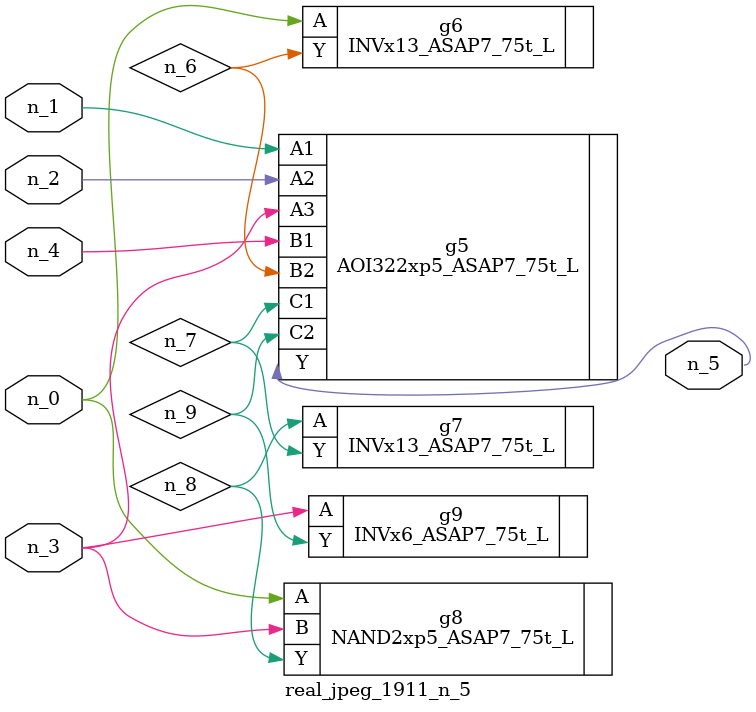
<source format=v>
module real_jpeg_1911_n_5 (n_4, n_0, n_1, n_2, n_3, n_5);

input n_4;
input n_0;
input n_1;
input n_2;
input n_3;

output n_5;

wire n_8;
wire n_6;
wire n_7;
wire n_9;

INVx13_ASAP7_75t_L g6 ( 
.A(n_0),
.Y(n_6)
);

NAND2xp5_ASAP7_75t_L g8 ( 
.A(n_0),
.B(n_3),
.Y(n_8)
);

AOI322xp5_ASAP7_75t_L g5 ( 
.A1(n_1),
.A2(n_2),
.A3(n_3),
.B1(n_4),
.B2(n_6),
.C1(n_7),
.C2(n_9),
.Y(n_5)
);

INVx6_ASAP7_75t_L g9 ( 
.A(n_3),
.Y(n_9)
);

INVx13_ASAP7_75t_L g7 ( 
.A(n_8),
.Y(n_7)
);


endmodule
</source>
